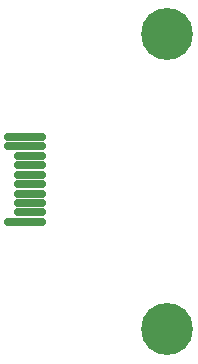
<source format=gbs>
%TF.GenerationSoftware,KiCad,Pcbnew,8.0.1*%
%TF.CreationDate,2024-08-04T19:12:34+01:00*%
%TF.ProjectId,hexpansion,68657870-616e-4736-996f-6e2e6b696361,rev?*%
%TF.SameCoordinates,Original*%
%TF.FileFunction,Soldermask,Bot*%
%TF.FilePolarity,Negative*%
%FSLAX46Y46*%
G04 Gerber Fmt 4.6, Leading zero omitted, Abs format (unit mm)*
G04 Created by KiCad (PCBNEW 8.0.1) date 2024-08-04 19:12:34*
%MOMM*%
%LPD*%
G01*
G04 APERTURE LIST*
G04 Aperture macros list*
%AMRoundRect*
0 Rectangle with rounded corners*
0 $1 Rounding radius*
0 $2 $3 $4 $5 $6 $7 $8 $9 X,Y pos of 4 corners*
0 Add a 4 corners polygon primitive as box body*
4,1,4,$2,$3,$4,$5,$6,$7,$8,$9,$2,$3,0*
0 Add four circle primitives for the rounded corners*
1,1,$1+$1,$2,$3*
1,1,$1+$1,$4,$5*
1,1,$1+$1,$6,$7*
1,1,$1+$1,$8,$9*
0 Add four rect primitives between the rounded corners*
20,1,$1+$1,$2,$3,$4,$5,0*
20,1,$1+$1,$4,$5,$6,$7,0*
20,1,$1+$1,$6,$7,$8,$9,0*
20,1,$1+$1,$8,$9,$2,$3,0*%
G04 Aperture macros list end*
%ADD10RoundRect,0.150000X-1.600000X-0.150000X1.600000X-0.150000X1.600000X0.150000X-1.600000X0.150000X0*%
%ADD11RoundRect,0.150000X-1.200000X-0.150000X1.200000X-0.150000X1.200000X0.150000X-1.200000X0.150000X0*%
%ADD12C,0.700000*%
%ADD13C,4.400000*%
G04 APERTURE END LIST*
D10*
%TO.C,J1*%
X100500000Y-103400000D03*
D11*
X100900000Y-102600000D03*
X100900000Y-101800000D03*
X100900000Y-101000000D03*
X100900000Y-100200000D03*
X100900000Y-99400000D03*
X100900000Y-98600000D03*
X100900000Y-97800000D03*
D10*
X100500000Y-97000000D03*
X100500000Y-96200000D03*
%TD*%
D12*
%TO.C,H2*%
X110850000Y-87500000D03*
X111333274Y-86333274D03*
X111333274Y-88666726D03*
X112500000Y-85850000D03*
D13*
X112500000Y-87500000D03*
D12*
X112500000Y-89150000D03*
X113666726Y-86333274D03*
X113666726Y-88666726D03*
X114150000Y-87500000D03*
%TD*%
%TO.C,H1*%
X110850000Y-112500000D03*
X111333274Y-111333274D03*
X111333274Y-113666726D03*
X112500000Y-110850000D03*
D13*
X112500000Y-112500000D03*
D12*
X112500000Y-114150000D03*
X113666726Y-111333274D03*
X113666726Y-113666726D03*
X114150000Y-112500000D03*
%TD*%
M02*

</source>
